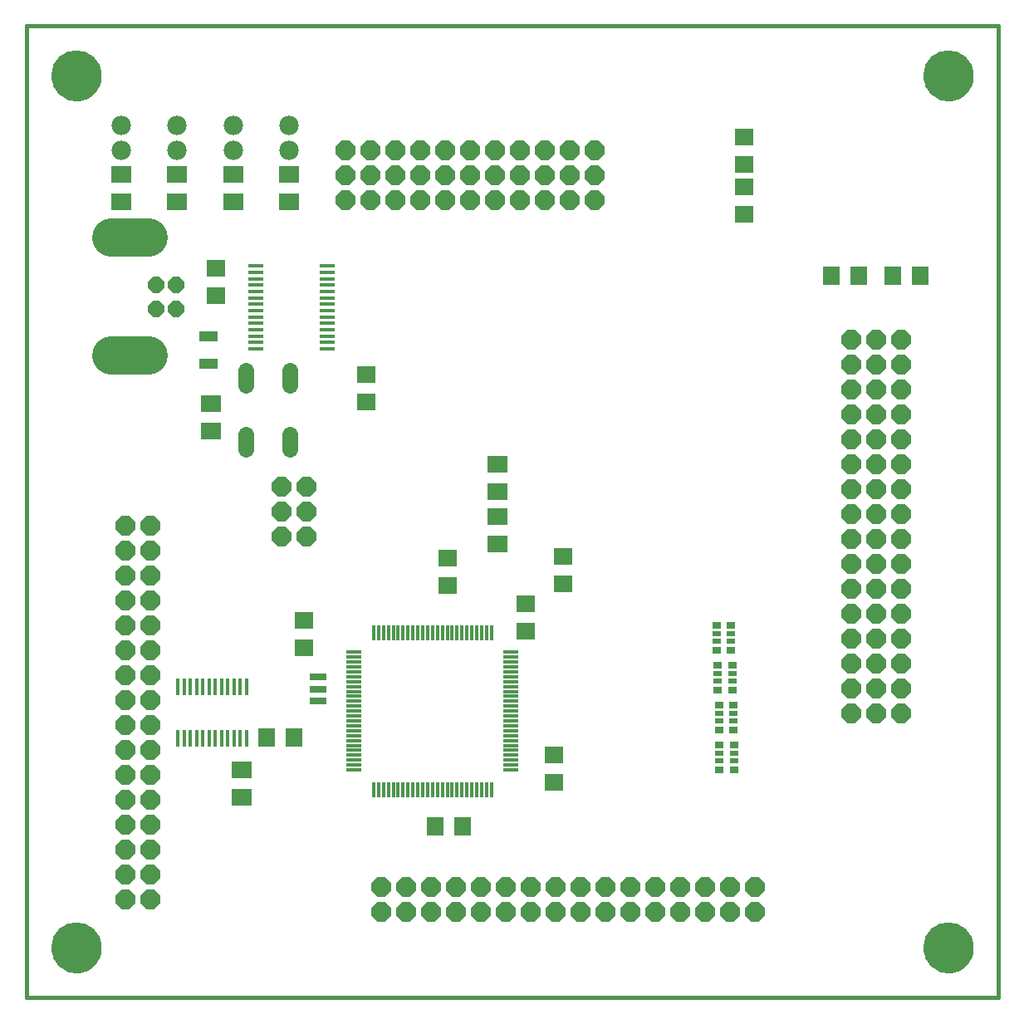
<source format=gts>
G75*
%MOIN*%
%OFA0B0*%
%FSLAX24Y24*%
%IPPOS*%
%LPD*%
%AMOC8*
5,1,8,0,0,1.08239X$1,22.5*
%
%ADD10C,0.0160*%
%ADD11C,0.0000*%
%ADD12C,0.2020*%
%ADD13R,0.0158X0.0631*%
%ADD14R,0.0631X0.0158*%
%ADD15OC8,0.0780*%
%ADD16R,0.0709X0.0316*%
%ADD17R,0.0827X0.0670*%
%ADD18R,0.0749X0.0670*%
%ADD19C,0.0780*%
%ADD20C,0.0640*%
%ADD21R,0.0590X0.0177*%
%ADD22OC8,0.0634*%
%ADD23C,0.1542*%
%ADD24R,0.0670X0.0749*%
%ADD25R,0.0749X0.0434*%
%ADD26R,0.0180X0.0670*%
%ADD27R,0.0355X0.0276*%
%ADD28R,0.0355X0.0237*%
D10*
X000400Y000180D02*
X039400Y000180D01*
X039400Y039180D01*
X000400Y039180D01*
X000400Y000180D01*
D11*
X001410Y002180D02*
X001412Y002243D01*
X001418Y002305D01*
X001428Y002367D01*
X001442Y002429D01*
X001459Y002489D01*
X001481Y002548D01*
X001506Y002605D01*
X001535Y002661D01*
X001567Y002715D01*
X001603Y002767D01*
X001642Y002816D01*
X001684Y002863D01*
X001728Y002907D01*
X001776Y002948D01*
X001826Y002986D01*
X001878Y003021D01*
X001932Y003053D01*
X001989Y003081D01*
X002047Y003105D01*
X002106Y003125D01*
X002167Y003142D01*
X002228Y003155D01*
X002290Y003164D01*
X002353Y003169D01*
X002416Y003170D01*
X002478Y003167D01*
X002541Y003160D01*
X002603Y003149D01*
X002664Y003134D01*
X002724Y003116D01*
X002782Y003093D01*
X002840Y003067D01*
X002895Y003037D01*
X002948Y003004D01*
X003000Y002968D01*
X003048Y002928D01*
X003094Y002886D01*
X003138Y002840D01*
X003178Y002792D01*
X003215Y002741D01*
X003249Y002689D01*
X003280Y002634D01*
X003307Y002577D01*
X003330Y002519D01*
X003350Y002459D01*
X003366Y002398D01*
X003378Y002336D01*
X003386Y002274D01*
X003390Y002211D01*
X003390Y002149D01*
X003386Y002086D01*
X003378Y002024D01*
X003366Y001962D01*
X003350Y001901D01*
X003330Y001841D01*
X003307Y001783D01*
X003280Y001726D01*
X003249Y001671D01*
X003215Y001619D01*
X003178Y001568D01*
X003138Y001520D01*
X003094Y001474D01*
X003048Y001432D01*
X003000Y001392D01*
X002948Y001356D01*
X002895Y001323D01*
X002840Y001293D01*
X002782Y001267D01*
X002724Y001244D01*
X002664Y001226D01*
X002603Y001211D01*
X002541Y001200D01*
X002478Y001193D01*
X002416Y001190D01*
X002353Y001191D01*
X002290Y001196D01*
X002228Y001205D01*
X002167Y001218D01*
X002106Y001235D01*
X002047Y001255D01*
X001989Y001279D01*
X001932Y001307D01*
X001878Y001339D01*
X001826Y001374D01*
X001776Y001412D01*
X001728Y001453D01*
X001684Y001497D01*
X001642Y001544D01*
X001603Y001593D01*
X001567Y001645D01*
X001535Y001699D01*
X001506Y001755D01*
X001481Y001812D01*
X001459Y001871D01*
X001442Y001931D01*
X001428Y001993D01*
X001418Y002055D01*
X001412Y002117D01*
X001410Y002180D01*
X001410Y037180D02*
X001412Y037243D01*
X001418Y037305D01*
X001428Y037367D01*
X001442Y037429D01*
X001459Y037489D01*
X001481Y037548D01*
X001506Y037605D01*
X001535Y037661D01*
X001567Y037715D01*
X001603Y037767D01*
X001642Y037816D01*
X001684Y037863D01*
X001728Y037907D01*
X001776Y037948D01*
X001826Y037986D01*
X001878Y038021D01*
X001932Y038053D01*
X001989Y038081D01*
X002047Y038105D01*
X002106Y038125D01*
X002167Y038142D01*
X002228Y038155D01*
X002290Y038164D01*
X002353Y038169D01*
X002416Y038170D01*
X002478Y038167D01*
X002541Y038160D01*
X002603Y038149D01*
X002664Y038134D01*
X002724Y038116D01*
X002782Y038093D01*
X002840Y038067D01*
X002895Y038037D01*
X002948Y038004D01*
X003000Y037968D01*
X003048Y037928D01*
X003094Y037886D01*
X003138Y037840D01*
X003178Y037792D01*
X003215Y037741D01*
X003249Y037689D01*
X003280Y037634D01*
X003307Y037577D01*
X003330Y037519D01*
X003350Y037459D01*
X003366Y037398D01*
X003378Y037336D01*
X003386Y037274D01*
X003390Y037211D01*
X003390Y037149D01*
X003386Y037086D01*
X003378Y037024D01*
X003366Y036962D01*
X003350Y036901D01*
X003330Y036841D01*
X003307Y036783D01*
X003280Y036726D01*
X003249Y036671D01*
X003215Y036619D01*
X003178Y036568D01*
X003138Y036520D01*
X003094Y036474D01*
X003048Y036432D01*
X003000Y036392D01*
X002948Y036356D01*
X002895Y036323D01*
X002840Y036293D01*
X002782Y036267D01*
X002724Y036244D01*
X002664Y036226D01*
X002603Y036211D01*
X002541Y036200D01*
X002478Y036193D01*
X002416Y036190D01*
X002353Y036191D01*
X002290Y036196D01*
X002228Y036205D01*
X002167Y036218D01*
X002106Y036235D01*
X002047Y036255D01*
X001989Y036279D01*
X001932Y036307D01*
X001878Y036339D01*
X001826Y036374D01*
X001776Y036412D01*
X001728Y036453D01*
X001684Y036497D01*
X001642Y036544D01*
X001603Y036593D01*
X001567Y036645D01*
X001535Y036699D01*
X001506Y036755D01*
X001481Y036812D01*
X001459Y036871D01*
X001442Y036931D01*
X001428Y036993D01*
X001418Y037055D01*
X001412Y037117D01*
X001410Y037180D01*
X036410Y037180D02*
X036412Y037243D01*
X036418Y037305D01*
X036428Y037367D01*
X036442Y037429D01*
X036459Y037489D01*
X036481Y037548D01*
X036506Y037605D01*
X036535Y037661D01*
X036567Y037715D01*
X036603Y037767D01*
X036642Y037816D01*
X036684Y037863D01*
X036728Y037907D01*
X036776Y037948D01*
X036826Y037986D01*
X036878Y038021D01*
X036932Y038053D01*
X036989Y038081D01*
X037047Y038105D01*
X037106Y038125D01*
X037167Y038142D01*
X037228Y038155D01*
X037290Y038164D01*
X037353Y038169D01*
X037416Y038170D01*
X037478Y038167D01*
X037541Y038160D01*
X037603Y038149D01*
X037664Y038134D01*
X037724Y038116D01*
X037782Y038093D01*
X037840Y038067D01*
X037895Y038037D01*
X037948Y038004D01*
X038000Y037968D01*
X038048Y037928D01*
X038094Y037886D01*
X038138Y037840D01*
X038178Y037792D01*
X038215Y037741D01*
X038249Y037689D01*
X038280Y037634D01*
X038307Y037577D01*
X038330Y037519D01*
X038350Y037459D01*
X038366Y037398D01*
X038378Y037336D01*
X038386Y037274D01*
X038390Y037211D01*
X038390Y037149D01*
X038386Y037086D01*
X038378Y037024D01*
X038366Y036962D01*
X038350Y036901D01*
X038330Y036841D01*
X038307Y036783D01*
X038280Y036726D01*
X038249Y036671D01*
X038215Y036619D01*
X038178Y036568D01*
X038138Y036520D01*
X038094Y036474D01*
X038048Y036432D01*
X038000Y036392D01*
X037948Y036356D01*
X037895Y036323D01*
X037840Y036293D01*
X037782Y036267D01*
X037724Y036244D01*
X037664Y036226D01*
X037603Y036211D01*
X037541Y036200D01*
X037478Y036193D01*
X037416Y036190D01*
X037353Y036191D01*
X037290Y036196D01*
X037228Y036205D01*
X037167Y036218D01*
X037106Y036235D01*
X037047Y036255D01*
X036989Y036279D01*
X036932Y036307D01*
X036878Y036339D01*
X036826Y036374D01*
X036776Y036412D01*
X036728Y036453D01*
X036684Y036497D01*
X036642Y036544D01*
X036603Y036593D01*
X036567Y036645D01*
X036535Y036699D01*
X036506Y036755D01*
X036481Y036812D01*
X036459Y036871D01*
X036442Y036931D01*
X036428Y036993D01*
X036418Y037055D01*
X036412Y037117D01*
X036410Y037180D01*
X036410Y002180D02*
X036412Y002243D01*
X036418Y002305D01*
X036428Y002367D01*
X036442Y002429D01*
X036459Y002489D01*
X036481Y002548D01*
X036506Y002605D01*
X036535Y002661D01*
X036567Y002715D01*
X036603Y002767D01*
X036642Y002816D01*
X036684Y002863D01*
X036728Y002907D01*
X036776Y002948D01*
X036826Y002986D01*
X036878Y003021D01*
X036932Y003053D01*
X036989Y003081D01*
X037047Y003105D01*
X037106Y003125D01*
X037167Y003142D01*
X037228Y003155D01*
X037290Y003164D01*
X037353Y003169D01*
X037416Y003170D01*
X037478Y003167D01*
X037541Y003160D01*
X037603Y003149D01*
X037664Y003134D01*
X037724Y003116D01*
X037782Y003093D01*
X037840Y003067D01*
X037895Y003037D01*
X037948Y003004D01*
X038000Y002968D01*
X038048Y002928D01*
X038094Y002886D01*
X038138Y002840D01*
X038178Y002792D01*
X038215Y002741D01*
X038249Y002689D01*
X038280Y002634D01*
X038307Y002577D01*
X038330Y002519D01*
X038350Y002459D01*
X038366Y002398D01*
X038378Y002336D01*
X038386Y002274D01*
X038390Y002211D01*
X038390Y002149D01*
X038386Y002086D01*
X038378Y002024D01*
X038366Y001962D01*
X038350Y001901D01*
X038330Y001841D01*
X038307Y001783D01*
X038280Y001726D01*
X038249Y001671D01*
X038215Y001619D01*
X038178Y001568D01*
X038138Y001520D01*
X038094Y001474D01*
X038048Y001432D01*
X038000Y001392D01*
X037948Y001356D01*
X037895Y001323D01*
X037840Y001293D01*
X037782Y001267D01*
X037724Y001244D01*
X037664Y001226D01*
X037603Y001211D01*
X037541Y001200D01*
X037478Y001193D01*
X037416Y001190D01*
X037353Y001191D01*
X037290Y001196D01*
X037228Y001205D01*
X037167Y001218D01*
X037106Y001235D01*
X037047Y001255D01*
X036989Y001279D01*
X036932Y001307D01*
X036878Y001339D01*
X036826Y001374D01*
X036776Y001412D01*
X036728Y001453D01*
X036684Y001497D01*
X036642Y001544D01*
X036603Y001593D01*
X036567Y001645D01*
X036535Y001699D01*
X036506Y001755D01*
X036481Y001812D01*
X036459Y001871D01*
X036442Y001931D01*
X036428Y001993D01*
X036418Y002055D01*
X036412Y002117D01*
X036410Y002180D01*
D12*
X037400Y002180D03*
X002400Y002180D03*
X002400Y037180D03*
X037400Y037180D03*
D13*
X019062Y014830D03*
X018865Y014830D03*
X018669Y014830D03*
X018472Y014830D03*
X018275Y014830D03*
X018078Y014830D03*
X017881Y014830D03*
X017684Y014830D03*
X017487Y014830D03*
X017291Y014830D03*
X017094Y014830D03*
X016897Y014830D03*
X016700Y014830D03*
X016503Y014830D03*
X016306Y014830D03*
X016109Y014830D03*
X015913Y014830D03*
X015716Y014830D03*
X015519Y014830D03*
X015322Y014830D03*
X015125Y014830D03*
X014928Y014830D03*
X014731Y014830D03*
X014535Y014830D03*
X014338Y014830D03*
X014338Y008530D03*
X014535Y008530D03*
X014731Y008530D03*
X014928Y008530D03*
X015125Y008530D03*
X015322Y008530D03*
X015519Y008530D03*
X015716Y008530D03*
X015913Y008530D03*
X016109Y008530D03*
X016306Y008530D03*
X016503Y008530D03*
X016700Y008530D03*
X016897Y008530D03*
X017094Y008530D03*
X017291Y008530D03*
X017487Y008530D03*
X017684Y008530D03*
X017881Y008530D03*
X018078Y008530D03*
X018275Y008530D03*
X018472Y008530D03*
X018669Y008530D03*
X018865Y008530D03*
X019062Y008530D03*
D14*
X019850Y009318D03*
X019850Y009515D03*
X019850Y009711D03*
X019850Y009908D03*
X019850Y010105D03*
X019850Y010302D03*
X019850Y010499D03*
X019850Y010696D03*
X019850Y010893D03*
X019850Y011089D03*
X019850Y011286D03*
X019850Y011483D03*
X019850Y011680D03*
X019850Y011877D03*
X019850Y012074D03*
X019850Y012271D03*
X019850Y012467D03*
X019850Y012664D03*
X019850Y012861D03*
X019850Y013058D03*
X019850Y013255D03*
X019850Y013452D03*
X019850Y013649D03*
X019850Y013845D03*
X019850Y014042D03*
X013550Y014042D03*
X013550Y013845D03*
X013550Y013649D03*
X013550Y013452D03*
X013550Y013255D03*
X013550Y013058D03*
X013550Y012861D03*
X013550Y012664D03*
X013550Y012467D03*
X013550Y012271D03*
X013550Y012074D03*
X013550Y011877D03*
X013550Y011680D03*
X013550Y011483D03*
X013550Y011286D03*
X013550Y011089D03*
X013550Y010893D03*
X013550Y010696D03*
X013550Y010499D03*
X013550Y010302D03*
X013550Y010105D03*
X013550Y009908D03*
X013550Y009711D03*
X013550Y009515D03*
X013550Y009318D03*
D15*
X014650Y004630D03*
X014650Y003630D03*
X015650Y003630D03*
X015650Y004630D03*
X016650Y004630D03*
X016650Y003630D03*
X017650Y003630D03*
X017650Y004630D03*
X018650Y004630D03*
X018650Y003630D03*
X019650Y003630D03*
X019650Y004630D03*
X020650Y004630D03*
X020650Y003630D03*
X021650Y003630D03*
X021650Y004630D03*
X022650Y004630D03*
X022650Y003630D03*
X023650Y003630D03*
X023650Y004630D03*
X024650Y004630D03*
X024650Y003630D03*
X025650Y003630D03*
X025650Y004630D03*
X026650Y004630D03*
X026650Y003630D03*
X027650Y003630D03*
X027650Y004630D03*
X028650Y004630D03*
X028650Y003630D03*
X029650Y003630D03*
X029650Y004630D03*
X033500Y011580D03*
X033500Y012580D03*
X033500Y013580D03*
X033500Y014580D03*
X033500Y015580D03*
X033500Y016580D03*
X033500Y017580D03*
X033500Y018580D03*
X033500Y019580D03*
X033500Y020580D03*
X033500Y021580D03*
X033500Y022580D03*
X033500Y023580D03*
X033500Y024580D03*
X033500Y025580D03*
X033500Y026580D03*
X034500Y026580D03*
X035500Y026580D03*
X035500Y025580D03*
X035500Y024580D03*
X034500Y024580D03*
X034500Y025580D03*
X034500Y023580D03*
X034500Y022580D03*
X035500Y022580D03*
X035500Y023580D03*
X035500Y021580D03*
X035500Y020580D03*
X034500Y020580D03*
X034500Y021580D03*
X034500Y019580D03*
X034500Y018580D03*
X035500Y018580D03*
X035500Y019580D03*
X035500Y017580D03*
X035500Y016580D03*
X034500Y016580D03*
X034500Y017580D03*
X034500Y015580D03*
X034500Y014580D03*
X035500Y014580D03*
X035500Y015580D03*
X035500Y013580D03*
X034500Y013580D03*
X034500Y012580D03*
X034500Y011580D03*
X035500Y011580D03*
X035500Y012580D03*
X023200Y032180D03*
X022200Y032180D03*
X022200Y033180D03*
X022200Y034180D03*
X023200Y034180D03*
X023200Y033180D03*
X021200Y033180D03*
X021200Y034180D03*
X020200Y034180D03*
X020200Y033180D03*
X020200Y032180D03*
X021200Y032180D03*
X019200Y032180D03*
X019200Y033180D03*
X019200Y034180D03*
X018200Y034180D03*
X018200Y033180D03*
X017200Y033180D03*
X017200Y034180D03*
X016200Y034180D03*
X016200Y033180D03*
X015200Y033180D03*
X015200Y034180D03*
X014200Y034180D03*
X014200Y033180D03*
X013200Y033180D03*
X013200Y034180D03*
X013200Y032180D03*
X014200Y032180D03*
X015200Y032180D03*
X016200Y032180D03*
X017200Y032180D03*
X018200Y032180D03*
X011650Y020680D03*
X011650Y019680D03*
X011650Y018680D03*
X010650Y018680D03*
X010650Y019680D03*
X010650Y020680D03*
X005363Y019118D03*
X005363Y018118D03*
X004363Y018118D03*
X004363Y019118D03*
X004363Y017118D03*
X005363Y017118D03*
X005363Y016118D03*
X005363Y015118D03*
X004363Y015118D03*
X004363Y016118D03*
X004363Y014118D03*
X005363Y014118D03*
X005363Y013118D03*
X004363Y013118D03*
X004363Y012118D03*
X005363Y012118D03*
X005363Y011118D03*
X004363Y011118D03*
X004363Y010118D03*
X005363Y010118D03*
X005363Y009118D03*
X004363Y009118D03*
X004363Y008118D03*
X005363Y008118D03*
X005363Y007118D03*
X004363Y007118D03*
X004363Y006118D03*
X005363Y006118D03*
X005363Y005118D03*
X004363Y005118D03*
X004363Y004118D03*
X005363Y004118D03*
D16*
X012100Y012093D03*
X012100Y012566D03*
X012100Y013038D03*
D17*
X009033Y009319D03*
X009033Y008216D03*
X019300Y018379D03*
X019300Y019481D03*
X019300Y020479D03*
X019300Y021581D03*
X010950Y032129D03*
X010950Y033231D03*
X008700Y033231D03*
X008700Y032129D03*
X006450Y032129D03*
X006450Y033231D03*
X004200Y033231D03*
X004200Y032129D03*
X007810Y024031D03*
X007810Y022929D03*
D18*
X008014Y028341D03*
X008014Y029444D03*
X014043Y025181D03*
X014043Y024079D03*
X017300Y017831D03*
X017300Y016729D03*
X020450Y015981D03*
X020450Y014879D03*
X021925Y016779D03*
X021925Y017881D03*
X021575Y009919D03*
X021575Y008816D03*
X011550Y014229D03*
X011550Y015331D03*
X029200Y031629D03*
X029200Y032731D03*
X029200Y033629D03*
X029200Y034731D03*
D19*
X010950Y035180D03*
X010950Y034180D03*
X008700Y034180D03*
X008700Y035180D03*
X006450Y035180D03*
X006450Y034180D03*
X004200Y034180D03*
X004200Y035180D03*
D20*
X009210Y025360D02*
X009210Y024760D01*
X010990Y024760D02*
X010990Y025360D01*
X010990Y022800D02*
X010990Y022200D01*
X009210Y022200D02*
X009210Y022800D01*
D21*
X009611Y026217D03*
X009611Y026473D03*
X009611Y026728D03*
X009611Y026984D03*
X009611Y027240D03*
X009611Y027496D03*
X009611Y027752D03*
X009611Y028008D03*
X009611Y028264D03*
X009611Y028520D03*
X009611Y028776D03*
X009611Y029032D03*
X009611Y029287D03*
X009611Y029543D03*
X012489Y029543D03*
X012489Y029287D03*
X012489Y029032D03*
X012489Y028776D03*
X012489Y028520D03*
X012489Y028264D03*
X012489Y028008D03*
X012489Y027752D03*
X012489Y027496D03*
X012489Y027240D03*
X012489Y026984D03*
X012489Y026728D03*
X012489Y026473D03*
X012489Y026217D03*
D22*
X006400Y027820D03*
X005620Y027820D03*
X005620Y028800D03*
X006400Y028800D03*
D23*
X005301Y030680D02*
X003799Y030680D01*
X003799Y025940D02*
X005301Y025940D01*
D24*
X010036Y010605D03*
X011139Y010605D03*
X016822Y007048D03*
X017924Y007048D03*
X032701Y029160D03*
X033804Y029160D03*
X035164Y029160D03*
X036266Y029160D03*
D25*
X007700Y026731D03*
X007700Y025629D03*
D26*
X007743Y012658D03*
X007983Y012658D03*
X008243Y012658D03*
X008483Y012658D03*
X008743Y012658D03*
X008983Y012658D03*
X009243Y012658D03*
X007483Y012658D03*
X007243Y012658D03*
X006983Y012658D03*
X006743Y012658D03*
X006483Y012658D03*
X006483Y010578D03*
X006743Y010578D03*
X006983Y010578D03*
X007243Y010578D03*
X007483Y010578D03*
X007743Y010578D03*
X007983Y010578D03*
X008243Y010578D03*
X008483Y010578D03*
X008743Y010578D03*
X008983Y010578D03*
X009243Y010578D03*
D27*
X028095Y014128D03*
X028155Y013532D03*
X028745Y013532D03*
X028685Y014128D03*
X028685Y015132D03*
X028095Y015132D03*
X028155Y012528D03*
X028745Y012528D03*
X028785Y011932D03*
X028195Y011932D03*
X028195Y010928D03*
X028785Y010928D03*
X028805Y010332D03*
X028215Y010332D03*
X028215Y009328D03*
X028805Y009328D03*
D28*
X028805Y009673D03*
X028805Y009987D03*
X028215Y009987D03*
X028215Y009673D03*
X028195Y011273D03*
X028195Y011587D03*
X028785Y011587D03*
X028785Y011273D03*
X028745Y012873D03*
X028745Y013187D03*
X028155Y013187D03*
X028155Y012873D03*
X028095Y014473D03*
X028095Y014787D03*
X028685Y014787D03*
X028685Y014473D03*
M02*

</source>
